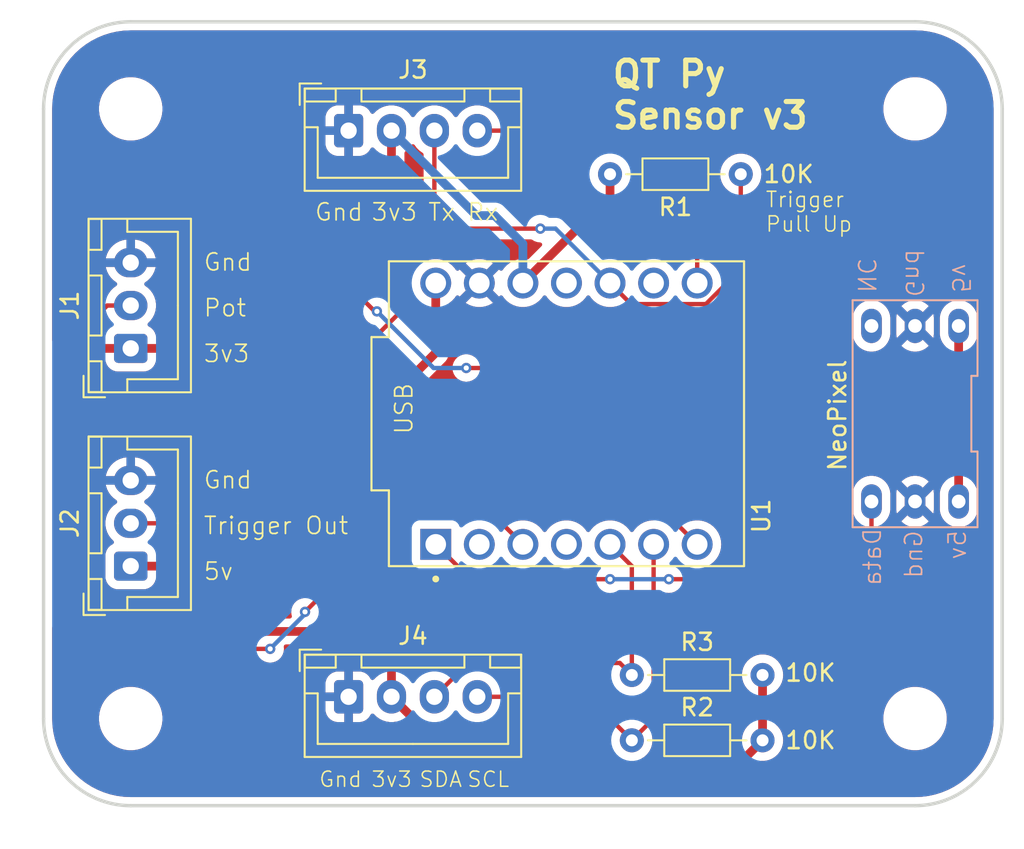
<source format=kicad_pcb>
(kicad_pcb (version 20240108) (generator "pcbnew") (generator_version "8.0")
  (layers (0 "F.Cu" signal) (31 "B.Cu" signal) (34 "B.Paste" user) (35 "F.Paste" user) (36 "B.SilkS" user "B.Silkscreen") (37 "F.SilkS" user "F.Silkscreen") (38 "B.Mask" user) (39 "F.Mask" user) (44 "Edge.Cuts" user))
  (net 0 "")
  (net 1 "Distance_Pot")
  (net 2 "GND")
  (net 3 "+3V3")
  (net 4 "+5V")
  (net 5 "Trigger_Out")
  (net 6 "TX")
  (net 7 "RX")
  (net 8 "SCL")
  (net 9 "SDA")
  (net 10 "NeoPixel_Data")
  (footprint "Resistor_THT:R_Axial_DIN0204_L3.6mm_D1.6mm_P7.62mm_Horizontal" (layer "F.Cu") (at 175.26 80.01 180)
    (property "Reference" "R1" (at 3.81 -1.92 0) (layer "F.SilkS"))
    (property "Value" "10K" (at -2.794 0 0) (layer "F.SilkS"))
    (fp_line (start 6.68 0) (end 5.73 0) (stroke (width 0.12)) (layer "F.SilkS"))
    (fp_line (start 5.73 0.92) (end 5.73 -0.92) (stroke (width 0.12)) (layer "F.SilkS"))
    (fp_line (start 5.73 -0.92) (end 1.89 -0.92) (stroke (width 0.12)) (layer "F.SilkS"))
    (fp_line (start 1.89 0.92) (end 5.73 0.92) (stroke (width 0.12)) (layer "F.SilkS"))
    (fp_line (start 1.89 -0.92) (end 1.89 0.92) (stroke (width 0.12)) (layer "F.SilkS"))
    (fp_line (start 0.94 0) (end 1.89 0) (stroke (width 0.12)) (layer "F.SilkS"))
    (pad "1" thru_hole circle (at 0 0 180) (size 1.4 1.4) (drill 0.7) (layers "*.Cu" "*.Mask") (net 5 "Trigger_Out"))
    (pad "2" thru_hole oval (at 7.62 0 180) (size 1.4 1.4) (drill 0.7) (layers "*.Cu" "*.Mask") (net 3 "+3V3"))
  )
  (footprint "Footprints:MODULE_ADAFRUIT_QT_PY" (layer "F.Cu") (at 165.1 93.98 90)
    (property "Reference" "U1" (at -5.965 11.3636 90) (layer "F.SilkS"))
    (property "Value" "ADAFRUIT_QT_PY")
    (fp_line (start 4.47 -11.3665) (end 4.47 -10.3505) (stroke (width 0.127)) (layer "F.SilkS"))
    (fp_line (start -4.47 -11.3665) (end 4.47 -11.3665) (stroke (width 0.127)) (layer "F.SilkS"))
    (fp_line (start 8.89 -10.3505) (end 4.47 -10.3505) (stroke (width 0.127)) (layer "F.SilkS"))
    (fp_line (start -4.47 -10.3505) (end -4.47 -11.3665) (stroke (width 0.127)) (layer "F.SilkS"))
    (fp_line (start -4.47 -10.3505) (end -8.89 -10.3505) (stroke (width 0.127)) (layer "F.SilkS"))
    (fp_line (start -8.89 -10.3505) (end -8.89 10.3505) (stroke (width 0.127)) (layer "F.SilkS"))
    (fp_line (start 8.89 10.3505) (end 8.89 -10.3505) (stroke (width 0.127)) (layer "F.SilkS"))
    (fp_line (start -8.89 10.3505) (end 8.89 10.3505) (stroke (width 0.127)) (layer "F.SilkS"))
    (fp_circle (center -9.64 -7.62) (end -9.54 -7.62) (stroke (width 0.2)) (fill none) (layer "F.SilkS"))
    (pad "1" thru_hole rect (at -7.62 -7.62 90) (size 1.8 1.8) (drill 1.2) (layers "*.Cu" "*.Mask") (net 10 "NeoPixel_Data"))
    (pad "2" thru_hole circle (at -7.62 -5.08 90) (size 1.8 1.8) (drill 1.2) (layers "*.Cu" "*.Mask"))
    (pad "3" thru_hole circle (at -7.62 -2.54 90) (size 1.8 1.8) (drill 1.2) (layers "*.Cu" "*.Mask") (net 1 "Distance_Pot"))
    (pad "4" thru_hole circle (at -7.62 0 90) (size 1.8 1.8) (drill 1.2) (layers "*.Cu" "*.Mask"))
    (pad "5" thru_hole circle (at -7.62 2.54 90) (size 1.8 1.8) (drill 1.2) (layers "*.Cu" "*.Mask") (net 9 "SDA"))
    (pad "6" thru_hole circle (at -7.62 5.08 90) (size 1.8 1.8) (drill 1.2) (layers "*.Cu" "*.Mask") (net 8 "SCL"))
    (pad "7" thru_hole circle (at -7.62 7.62 90) (size 1.8 1.8) (drill 1.2) (layers "*.Cu" "*.Mask") (net 6 "TX"))
    (pad "8" thru_hole circle (at 7.62 7.62 90) (size 1.8 1.8) (drill 1.2) (layers "*.Cu" "*.Mask") (net 7 "RX"))
    (pad "9" thru_hole circle (at 7.62 5.08 90) (size 1.8 1.8) (drill 1.2) (layers "*.Cu" "*.Mask"))
    (pad "10" thru_hole circle (at 7.62 2.54 90) (size 1.8 1.8) (drill 1.2) (layers "*.Cu" "*.Mask") (net 5 "Trigger_Out"))
    (pad "11" thru_hole circle (at 7.62 0 90) (size 1.8 1.8) (drill 1.2) (layers "*.Cu" "*.Mask"))
    (pad "12" thru_hole circle (at 7.62 -2.54 90) (size 1.8 1.8) (drill 1.2) (layers "*.Cu" "*.Mask") (net 3 "+3V3"))
    (pad "13" thru_hole circle (at 7.62 -5.08 90) (size 1.8 1.8) (drill 1.2) (layers "*.Cu" "*.Mask") (net 2 "GND"))
    (pad "14" thru_hole circle (at 7.62 -7.62 90) (size 1.8 1.8) (drill 1.2) (layers "*.Cu" "*.Mask") (net 4 "+5V"))
  )
  (footprint "MountingHole:MountingHole_3.2mm_M3" (layer "F.Cu") (at 185.42 111.76)
    (property "Reference" "H4" (hide yes))
    (property "Value" "MountingHole")
    (pad "" np_thru_hole circle (at 0 0) (size 3.2 3.2) (drill 3.2) (layers "*.Cu" "*.Mask"))
  )
  (footprint "MountingHole:MountingHole_3.2mm_M3" (layer "F.Cu") (at 139.7 76.2)
    (property "Reference" "H1" (hide yes))
    (property "Value" "MountingHole")
    (pad "" np_thru_hole circle (at 0 0) (size 3.2 3.2) (drill 3.2) (layers "*.Cu" "*.Mask"))
  )
  (footprint "Connector_JST:JST_XH_B3B-XH-A_1x03_P2.50mm_Vertical" (layer "F.Cu") (at 139.7 102.87 90)
    (property "Reference" "J2" (at 2.5 -3.55 90) (layer "F.SilkS"))
    (property "Value" "Power In Signal Out")
    (fp_line (start -1.6 -2.75) (end -2.85 -2.75) (stroke (width 0.12)) (layer "F.SilkS"))
    (fp_line (start -2.85 -2.75) (end -2.85 -1.5) (stroke (width 0.12)) (layer "F.SilkS"))
    (fp_line (start 7.56 -2.46) (end -2.56 -2.46) (stroke (width 0.12)) (layer "F.SilkS"))
    (fp_line (start -2.56 -2.46) (end -2.56 3.51) (stroke (width 0.12)) (layer "F.SilkS"))
    (fp_line (start 7.55 -2.45) (end 5.75 -2.45) (stroke (width 0.12)) (layer "F.SilkS"))
    (fp_line (start 5.75 -2.45) (end 5.75 -1.7) (stroke (width 0.12)) (layer "F.SilkS"))
    (fp_line (start 4.25 -2.45) (end 0.75 -2.45) (stroke (width 0.12)) (layer "F.SilkS"))
    (fp_line (start 0.75 -2.45) (end 0.75 -1.7) (stroke (width 0.12)) (layer "F.SilkS"))
    (fp_line (start -0.75 -2.45) (end -2.55 -2.45) (stroke (width 0.12)) (layer "F.SilkS"))
    (fp_line (start -2.55 -2.45) (end -2.55 -1.7) (stroke (width 0.12)) (layer "F.SilkS"))
    (fp_line (start 7.55 -1.7) (end 7.55 -2.45) (stroke (width 0.12)) (layer "F.SilkS"))
    (fp_line (start 5.75 -1.7) (end 7.55 -1.7) (stroke (width 0.12)) (layer "F.SilkS"))
    (fp_line (start 4.25 -1.7) (end 4.25 -2.45) (stroke (width 0.12)) (layer "F.SilkS"))
    (fp_line (start 0.75 -1.7) (end 4.25 -1.7) (stroke (width 0.12)) (layer "F.SilkS"))
    (fp_line (start -0.75 -1.7) (end -0.75 -2.45) (stroke (width 0.12)) (layer "F.SilkS"))
    (fp_line (start -2.55 -1.7) (end -0.75 -1.7) (stroke (width 0.12)) (layer "F.SilkS"))
    (fp_line (start 7.55 -0.2) (end 6.8 -0.2) (stroke (width 0.12)) (layer "F.SilkS"))
    (fp_line (start 6.8 -0.2) (end 6.8 2.75) (stroke (width 0.12)) (layer "F.SilkS"))
    (fp_line (start -1.8 -0.2) (end -1.8 2.75) (stroke (width 0.12)) (layer "F.SilkS"))
    (fp_line (start -2.55 -0.2) (end -1.8 -0.2) (stroke (width 0.12)) (layer "F.SilkS"))
    (fp_line (start 6.8 2.75) (end 2.5 2.75) (stroke (width 0.12)) (layer "F.SilkS"))
    (fp_line (start -1.8 2.75) (end 2.5 2.75) (stroke (width 0.12)) (layer "F.SilkS"))
    (fp_line (start 7.56 3.51) (end 7.56 -2.46) (stroke (width 0.12)) (layer "F.SilkS"))
    (fp_line (start -2.56 3.51) (end 7.56 3.51) (stroke (width 0.12)) (layer "F.SilkS"))
    (pad "1" thru_hole roundrect (at 0 0 90) (size 1.7 1.95) (drill 0.95) (layers "*.Cu" "*.Mask") (roundrect_rratio 0.147059) (net 4 "+5V"))
    (pad "2" thru_hole oval (at 2.5 0 90) (size 1.7 1.95) (drill 0.95) (layers "*.Cu" "*.Mask") (net 5 "Trigger_Out"))
    (pad "3" thru_hole oval (at 5 0 90) (size 1.7 1.95) (drill 0.95) (layers "*.Cu" "*.Mask") (net 2 "GND"))
  )
  (footprint "Connector_JST:JST_XH_B4B-XH-A_1x04_P2.50mm_Vertical" (layer "F.Cu") (at 152.4 110.49)
    (property "Reference" "J4" (at 3.75 -3.55 0) (layer "F.SilkS"))
    (property "Value" "Conn_01x04_Pin")
    (fp_line (start -2.85 -2.75) (end -2.85 -1.5) (stroke (width 0.12)) (layer "F.SilkS"))
    (fp_line (start -2.56 -2.46) (end -2.56 3.51) (stroke (width 0.12)) (layer "F.SilkS"))
    (fp_line (start -2.56 3.51) (end 10.06 3.51) (stroke (width 0.12)) (layer "F.SilkS"))
    (fp_line (start -2.55 -2.45) (end -2.55 -1.7) (stroke (width 0.12)) (layer "F.SilkS"))
    (fp_line (start -2.55 -1.7) (end -0.75 -1.7) (stroke (width 0.12)) (layer "F.SilkS"))
    (fp_line (start -2.55 -0.2) (end -1.8 -0.2) (stroke (width 0.12)) (layer "F.SilkS"))
    (fp_line (start -1.8 -0.2) (end -1.8 2.75) (stroke (width 0.12)) (layer "F.SilkS"))
    (fp_line (start -1.8 2.75) (end 3.75 2.75) (stroke (width 0.12)) (layer "F.SilkS"))
    (fp_line (start -1.6 -2.75) (end -2.85 -2.75) (stroke (width 0.12)) (layer "F.SilkS"))
    (fp_line (start -0.75 -2.45) (end -2.55 -2.45) (stroke (width 0.12)) (layer "F.SilkS"))
    (fp_line (start -0.75 -1.7) (end -0.75 -2.45) (stroke (width 0.12)) (layer "F.SilkS"))
    (fp_line (start 0.75 -2.45) (end 0.75 -1.7) (stroke (width 0.12)) (layer "F.SilkS"))
    (fp_line (start 0.75 -1.7) (end 6.75 -1.7) (stroke (width 0.12)) (layer "F.SilkS"))
    (fp_line (start 6.75 -2.45) (end 0.75 -2.45) (stroke (width 0.12)) (layer "F.SilkS"))
    (fp_line (start 6.75 -1.7) (end 6.75 -2.45) (stroke (width 0.12)) (layer "F.SilkS"))
    (fp_line (start 8.25 -2.45) (end 8.25 -1.7) (stroke (width 0.12)) (layer "F.SilkS"))
    (fp_line (start 8.25 -1.7) (end 10.05 -1.7) (stroke (width 0.12)) (layer "F.SilkS"))
    (fp_line (start 9.3 -0.2) (end 9.3 2.75) (stroke (width 0.12)) (layer "F.SilkS"))
    (fp_line (start 9.3 2.75) (end 3.75 2.75) (stroke (width 0.12)) (layer "F.SilkS"))
    (fp_line (start 10.05 -2.45) (end 8.25 -2.45) (stroke (width 0.12)) (layer "F.SilkS"))
    (fp_line (start 10.05 -1.7) (end 10.05 -2.45) (stroke (width 0.12)) (layer "F.SilkS"))
    (fp_line (start 10.05 -0.2) (end 9.3 -0.2) (stroke (width 0.12)) (layer "F.SilkS"))
    (fp_line (start 10.06 -2.46) (end -2.56 -2.46) (stroke (width 0.12)) (layer "F.SilkS"))
    (fp_line (start 10.06 3.51) (end 10.06 -2.46) (stroke (width 0.12)) (layer "F.SilkS"))
    (pad "1" thru_hole roundrect (at 0 0) (size 1.7 1.95) (drill 0.95) (layers "*.Cu" "*.Mask") (roundrect_rratio 0.147059) (net 2 "GND"))
    (pad "2" thru_hole oval (at 2.5 0) (size 1.7 1.95) (drill 0.95) (layers "*.Cu" "*.Mask") (net 3 "+3V3"))
    (pad "3" thru_hole oval (at 5 0) (size 1.7 1.95) (drill 0.95) (layers "*.Cu" "*.Mask") (net 9 "SDA"))
    (pad "4" thru_hole oval (at 7.5 0) (size 1.7 1.95) (drill 0.95) (layers "*.Cu" "*.Mask") (net 8 "SCL"))
  )
  (footprint "Resistor_THT:R_Axial_DIN0204_L3.6mm_D1.6mm_P7.62mm_Horizontal" (layer "F.Cu") (at 168.91 113.03)
    (property "Reference" "R2" (at 3.81 -1.92 0) (layer "F.SilkS"))
    (property "Value" "10K" (at 10.414 0 0) (layer "F.SilkS"))
    (fp_line (start 0.94 0) (end 1.89 0) (stroke (width 0.12)) (layer "F.SilkS"))
    (fp_line (start 1.89 -0.92) (end 1.89 0.92) (stroke (width 0.12)) (layer "F.SilkS"))
    (fp_line (start 1.89 0.92) (end 5.73 0.92) (stroke (width 0.12)) (layer "F.SilkS"))
    (fp_line (start 5.73 -0.92) (end 1.89 -0.92) (stroke (width 0.12)) (layer "F.SilkS"))
    (fp_line (start 5.73 0.92) (end 5.73 -0.92) (stroke (width 0.12)) (layer "F.SilkS"))
    (fp_line (start 6.68 0) (end 5.73 0) (stroke (width 0.12)) (layer "F.SilkS"))
    (pad "1" thru_hole circle (at 0 0) (size 1.4 1.4) (drill 0.7) (layers "*.Cu" "*.Mask") (net 8 "SCL"))
    (pad "2" thru_hole oval (at 7.62 0) (size 1.4 1.4) (drill 0.7) (layers "*.Cu" "*.Mask") (net 3 "+3V3"))
  )
  (footprint "Connector_JST:JST_XH_B4B-XH-A_1x04_P2.50mm_Vertical" (layer "F.Cu") (at 152.4 77.47)
    (property "Reference" "J3" (at 3.75 -3.55 0) (layer "F.SilkS"))
    (property "Value" "Conn_01x04_Pin")
    (fp_line (start -2.85 -2.75) (end -2.85 -1.5) (stroke (width 0.12)) (layer "F.SilkS"))
    (fp_line (start -2.56 -2.46) (end -2.56 3.51) (stroke (width 0.12)) (layer "F.SilkS"))
    (fp_line (start -2.56 3.51) (end 10.06 3.51) (stroke (width 0.12)) (layer "F.SilkS"))
    (fp_line (start -2.55 -2.45) (end -2.55 -1.7) (stroke (width 0.12)) (layer "F.SilkS"))
    (fp_line (start -2.55 -1.7) (end -0.75 -1.7) (stroke (width 0.12)) (layer "F.SilkS"))
    (fp_line (start -2.55 -0.2) (end -1.8 -0.2) (stroke (width 0.12)) (layer "F.SilkS"))
    (fp_line (start -1.8 -0.2) (end -1.8 2.75) (stroke (width 0.12)) (layer "F.SilkS"))
    (fp_line (start -1.8 2.75) (end 3.75 2.75) (stroke (width 0.12)) (layer "F.SilkS"))
    (fp_line (start -1.6 -2.75) (end -2.85 -2.75) (stroke (width 0.12)) (layer "F.SilkS"))
    (fp_line (start -0.75 -2.45) (end -2.55 -2.45) (stroke (width 0.12)) (layer "F.SilkS"))
    (fp_line (start -0.75 -1.7) (end -0.75 -2.45) (stroke (width 0.12)) (layer "F.SilkS"))
    (fp_line (start 0.75 -2.45) (end 0.75 -1.7) (stroke (width 0.12)) (layer "F.SilkS"))
    (fp_line (start 0.75 -1.7) (end 6.75 -1.7) (stroke (width 0.12)) (layer "F.SilkS"))
    (fp_line (start 6.75 -2.45) (end 0.75 -2.45) (stroke (width 0.12)) (layer "F.SilkS"))
    (fp_line (start 6.75 -1.7) (end 6.75 -2.45) (stroke (width 0.12)) (layer "F.SilkS"))
    (fp_line (start 8.25 -2.45) (end 8.25 -1.7) (stroke (width 0.12)) (layer "F.SilkS"))
    (fp_line (start 8.25 -1.7) (end 10.05 -1.7) (stroke (width 0.12)) (layer "F.SilkS"))
    (fp_line (start 9.3 -0.2) (end 9.3 2.75) (stroke (width 0.12)) (layer "F.SilkS"))
    (fp_line (start 9.3 2.75) (end 3.75 2.75) (stroke (width 0.12)) (layer "F.SilkS"))
    (fp_line (start 10.05 -2.45) (end 8.25 -2.45) (stroke (width 0.12)) (layer "F.SilkS"))
    (fp_line (start 10.05 -1.7) (end 10.05 -2.45) (stroke (width 0.12)) (layer "F.SilkS"))
    (fp_line (start 10.05 -0.2) (end 9.3 -0.2) (stroke (width 0.12)) (layer "F.SilkS"))
    (fp_line (start 10.06 -2.46) (end -2.56 -2.46) (stroke (width 0.12)) (layer "F.SilkS"))
    (fp_line (start 10.06 3.51) (end 10.06 -2.46) (stroke (width 0.12)) (layer "F.SilkS"))
    (pad "1" thru_hole roundrect (at 0 0) (size 1.7 1.95) (drill 0.95) (layers "*.Cu" "*.Mask") (roundrect_rratio 0.147059) (net 2 "GND"))
    (pad "2" thru_hole oval (at 2.5 0) (size 1.7 1.95) (drill 0.95) (layers "*.Cu" "*.Mask") (net 3 "+3V3"))
    (pad "3" thru_hole oval (at 5 0) (size 1.7 1.95) (drill 0.95) (layers "*.Cu" "*.Mask") (net 6 "TX"))
    (pad "4" thru_hole oval (at 7.5 0) (size 1.7 1.95) (drill 0.95) (layers "*.Cu" "*.Mask") (net 7 "RX"))
  )
  (footprint "MountingHole:MountingHole_3.2mm_M3" (layer "F.Cu") (at 139.7 111.76)
    (property "Reference" "H3" (hide yes))
    (property "Value" "MountingHole")
    (pad "" np_thru_hole circle (at 0 0) (size 3.2 3.2) (drill 3.2) (layers "*.Cu" "*.Mask"))
  )
  (footprint "Connector_JST:JST_XH_B3B-XH-A_1x03_P2.50mm_Vertical" (layer "F.Cu") (at 139.7 90.17 90)
    (property "Reference" "J1" (at 2.5 -3.55 90) (layer "F.SilkS"))
    (property "Value" "Potentiometer")
    (fp_line (start -1.6 -2.75) (end -2.85 -2.75) (stroke (width 0.12)) (layer "F.SilkS"))
    (fp_line (start -2.85 -2.75) (end -2.85 -1.5) (stroke (width 0.12)) (layer "F.SilkS"))
    (fp_line (start 7.56 -2.46) (end -2.56 -2.46) (stroke (width 0.12)) (layer "F.SilkS"))
    (fp_line (start -2.56 -2.46) (end -2.56 3.51) (stroke (width 0.12)) (layer "F.SilkS"))
    (fp_line (start 7.55 -2.45) (end 5.75 -2.45) (stroke (width 0.12)) (layer "F.SilkS"))
    (fp_line (start 5.75 -2.45) (end 5.75 -1.7) (stroke (width 0.12)) (layer "F.SilkS"))
    (fp_line (start 4.25 -2.45) (end 0.75 -2.45) (stroke (width 0.12)) (layer "F.SilkS"))
    (fp_line (start 0.75 -2.45) (end 0.75 -1.7) (stroke (width 0.12)) (layer "F.SilkS"))
    (fp_line (start -0.75 -2.45) (end -2.55 -2.45) (stroke (width 0.12)) (layer "F.SilkS"))
    (fp_line (start -2.55 -2.45) (end -2.55 -1.7) (stroke (width 0.12)) (layer "F.SilkS"))
    (fp_line (start 7.55 -1.7) (end 7.55 -2.45) (stroke (width 0.12)) (layer "F.SilkS"))
    (fp_line (start 5.75 -1.7) (end 7.55 -1.7) (stroke (width 0.12)) (layer "F.SilkS"))
    (fp_line (start 4.25 -1.7) (end 4.25 -2.45) (stroke (width 0.12)) (layer "F.SilkS"))
    (fp_line (start 0.75 -1.7) (end 4.25 -1.7) (stroke (width 0.12)) (layer "F.SilkS"))
    (fp_line (start -0.75 -1.7) (end -0.75 -2.45) (stroke (width 0.12)) (layer "F.SilkS"))
    (fp_line (start -2.55 -1.7) (end -0.75 -1.7) (stroke (width 0.12)) (layer "F.SilkS"))
    (fp_line (start 7.55 -0.2) (end 6.8 -0.2) (stroke (width 0.12)) (layer "F.SilkS"))
    (fp_line (start 6.8 -0.2) (end 6.8 2.75) (stroke (width 0.12)) (layer "F.SilkS"))
    (fp_line (start -1.8 -0.2) (end -1.8 2.75) (stroke (width 0.12)) (layer "F.SilkS"))
    (fp_line (start -2.55 -0.2) (end -1.8 -0.2) (stroke (width 0.12)) (layer "F.SilkS"))
    (fp_line (start 6.8 2.75) (end 2.5 2.75) (stroke (width 0.12)) (layer "F.SilkS"))
    (fp_line (start -1.8 2.75) (end 2.5 2.75) (stroke (width 0.12)) (layer "F.SilkS"))
    (fp_line (start 7.56 3.51) (end 7.56 -2.46) (stroke (width 0.12)) (layer "F.SilkS"))
    (fp_line (start -2.56 3.51) (end 7.56 3.51) (stroke (width 0.12)) (layer "F.SilkS"))
    (pad "1" thru_hole roundrect (at 0 0 90) (size 1.7 1.95) (drill 0.95) (layers "*.Cu" "*.Mask") (roundrect_rratio 0.147059) (net 3 "+3V3"))
    (pad "2" thru_hole oval (at 2.5 0 90) (size 1.7 1.95) (drill 0.95) (layers "*.Cu" "*.Mask") (net 1 "Distance_Pot"))
    (pad "3" thru_hole oval (at 5 0 90) (size 1.7 1.95) (drill 0.95) (layers "*.Cu" "*.Mask") (net 2 "GND"))
  )
  (footprint "Resistor_THT:R_Axial_DIN0204_L3.6mm_D1.6mm_P7.62mm_Horizontal" (layer "F.Cu") (at 168.91 109.22)
    (property "Reference" "R3" (at 3.81 -1.92 0) (layer "F.SilkS"))
    (property "Value" "10K" (at 10.414 -0.127 0) (layer "F.SilkS"))
    (fp_line (start 0.94 0) (end 1.89 0) (stroke (width 0.12)) (layer "F.SilkS"))
    (fp_line (start 1.89 -0.92) (end 1.89 0.92) (stroke (width 0.12)) (layer "F.SilkS"))
    (fp_line (start 1.89 0.92) (end 5.73 0.92) (stroke (width 0.12)) (layer "F.SilkS"))
    (fp_line (start 5.73 -0.92) (end 1.89 -0.92) (stroke (width 0.12)) (layer "F.SilkS"))
    (fp_line (start 5.73 0.92) (end 5.73 -0.92) (stroke (width 0.12)) (layer "F.SilkS"))
    (fp_line (start 6.68 0) (end 5.73 0) (stroke (width 0.12)) (layer "F.SilkS"))
    (pad "1" thru_hole circle (at 0 0) (size 1.4 1.4) (drill 0.7) (layers "*.Cu" "*.Mask") (net 9 "SDA"))
    (pad "2" thru_hole oval (at 7.62 0) (size 1.4 1.4) (drill 0.7) (layers "*.Cu" "*.Mask") (net 3 "+3V3"))
  )
  (footprint "MountingHole:MountingHole_3.2mm_M3" (layer "F.Cu") (at 185.42 76.2)
    (property "Reference" "H2" (hide yes))
    (property "Value" "MountingHole")
    (pad "" np_thru_hole circle (at 0 0) (size 3.2 3.2) (drill 3.2) (layers "*.Cu" "*.Mask"))
  )
  (footprint "Footprints:NeoPixel_Breadboard" (layer "B.Cu") (at 185.42 93.98 180)
    (property "Reference" "U2")
    (property "Value" "~")
    (fp_line (start 3.64 6.62) (end 3.639999 -6.62) (stroke (width 0.12)) (layer "B.SilkS"))
    (fp_line (start 3.639999 -6.62) (end -3.64 -6.62) (stroke (width 0.12)) (layer "B.SilkS"))
    (fp_line (start -3.28 2.206666) (end -3.64 2.206666) (stroke (width 0.12)) (layer "B.SilkS"))
    (fp_line (start -3.28 -2.206666) (end -3.28 2.206666) (stroke (width 0.12)) (layer "B.SilkS"))
    (fp_line (start -3.639999 6.62) (end 3.64 6.62) (stroke (width 0.12)) (layer "B.SilkS"))
    (fp_line (start -3.64 2.206666) (end -3.639999 6.62) (stroke (width 0.12)) (layer "B.SilkS"))
    (fp_line (start -3.64 -2.206666) (end -3.28 -2.206666) (stroke (width 0.12)) (layer "B.SilkS"))
    (fp_line (start -3.64 -6.62) (end -3.64 -2.206666) (stroke (width 0.12)) (layer "B.SilkS"))
    (pad "1" thru_hole oval (at -2.54 -5.12 180) (size 1.2 2) (drill 0.8) (layers "*.Cu" "*.Mask") (net 4 "+5V"))
    (pad "2" thru_hole oval (at 0 -5.12 180) (size 1.2 2) (drill 0.8) (layers "*.Cu" "*.Mask") (net 2 "GND"))
    (pad "3" thru_hole oval (at 2.54 -5.12 180) (size 1.2 2) (drill 0.8) (layers "*.Cu" "*.Mask") (net 10 "NeoPixel_Data"))
    (pad "4" thru_hole oval (at 2.54 5.12 180) (size 1.2 2) (drill 0.8) (layers "*.Cu" "*.Mask"))
    (pad "5" thru_hole oval (at 0 5.12 180) (size 1.2 2) (drill 0.8) (layers "*.Cu" "*.Mask") (net 2 "GND"))
    (pad "6" thru_hole oval (at -2.54 5.12 180) (size 1.2 2) (drill 0.8) (layers "*.Cu" "*.Mask") (net 4 "+5V"))
  )
  (gr_arc (start 139.7 116.84) (mid 136.107898 115.352102) (end 134.62 111.76) (stroke (width 0.2)) (layer "Edge.Cuts"))
  (gr_arc (start 134.62 76.2) (mid 136.107898 72.607898) (end 139.7 71.12) (stroke (width 0.2)) (layer "Edge.Cuts"))
  (gr_arc (start 190.5 111.76) (mid 189.012102 115.352102) (end 185.42 116.84) (stroke (width 0.2)) (layer "Edge.Cuts"))
  (gr_line (start 139.7 71.12) (end 185.42 71.12) (stroke (width 0.2)) (layer "Edge.Cuts"))
  (gr_line (start 185.42 116.84) (end 139.7 116.84) (stroke (width 0.2)) (layer "Edge.Cuts"))
  (gr_line (start 134.62 111.76) (end 134.62 76.2) (stroke (width 0.2)) (layer "Edge.Cuts"))
  (gr_arc (start 185.42 71.12) (mid 189.012102 72.607898) (end 190.5 76.2) (stroke (width 0.2)) (layer "Edge.Cuts"))
  (gr_line (start 190.5 76.2) (end 190.5 111.76) (stroke (width 0.2)) (layer "Edge.Cuts"))
  (gr_text "5v" (at 188.468 100.711 90) (layer "B.SilkS") (effects (font (size 1 1) (thickness 0.1)) (justify left bottom mirror)))
  (gr_text "Data" (at 183.515 100.584 90) (layer "B.SilkS") (effects (font (size 1 1) (thickness 0.1)) (justify left bottom mirror)))
  (gr_text "Gnd" (at 185.928 100.711 90) (layer "B.SilkS") (effects (font (size 1 1) (thickness 0.1)) (justify left bottom mirror)))
  (gr_text "5v" (at 187.5 87 -90) (layer "B.SilkS") (effects (font (size 1 1) (thickness 0.1)) (justify left bottom mirror)))
  (gr_text "NC" (at 182 87 270) (layer "B.SilkS") (effects (font (size 1 1) (thickness 0.1)) (justify left bottom mirror)))
  (gr_text "Gnd" (at 184.785 87.249 -90) (layer "B.SilkS") (effects (font (size 1 1) (thickness 0.1)) (justify left bottom mirror)))
  (gr_text "3v3" (at 153.67 82.804 0) (layer "F.SilkS") (effects (font (size 1 1) (thickness 0.1)) (justify left bottom)))
  (gr_text "Gnd" (at 143.891 98.425 0) (layer "F.SilkS") (effects (font (size 1 1) (thickness 0.1)) (justify left bottom)))
  (gr_text "Tx" (at 156.972 82.804 0) (layer "F.SilkS") (effects (font (size 1 1) (thickness 0.1)) (justify left bottom)))
  (gr_text "SDA" (at 156.464 115.824 0) (layer "F.SilkS") (effects (font (size 0.889 0.889) (thickness 0.0889)) (justify left bottom)))
  (gr_text "3v3" (at 143.891 91.059 0) (layer "F.SilkS") (effects (font (size 1 1) (thickness 0.1)) (justify left bottom)))
  (gr_text "Rx" (at 159.258 82.804 0) (layer "F.SilkS") (effects (font (size 1 1) (thickness 0.1)) (justify left bottom)))
  (gr_text "QT Py\nSensor v3" (at 167.64 77.47 0) (layer "F.SilkS") (effects (font (size 1.5 1.5) (thickness 0.3) (bold yes)) (justify left bottom)))
  (gr_text "Trigger Out" (at 143.891 101.092 0) (layer "F.SilkS") (effects (font (size 1 1) (thickness 0.1)) (justify left bottom)))
  (gr_text "3v3" (at 153.67 115.824 0) (layer "F.SilkS") (effects (font (size 0.889 0.889) (thickness 0.0889)) (justify left bottom)))
  (gr_text "Trigger \nPull Up" (at 176.657 83.439 0) (layer "F.SilkS") (effects (font (size 0.889 0.889) (thickness 0.0889)) (justify left bottom)))
  (gr_text "Gnd" (at 150.368 82.804 0) (layer "F.SilkS") (effects (font (size 1 1) (thickness 0.1)) (justify left bottom)))
  (gr_text "Pot" (at 143.891 88.392 0) (layer "F.SilkS") (effects (font (size 1 1) (thickness 0.1)) (justify left bottom)))
  (gr_text "5v" (at 143.891 103.759 0) (layer "F.SilkS") (effects (font (size 1 1) (thickness 0.1)) (justify left bottom)))
  (gr_text "NeoPixel" (at 181.483 97.409 90) (layer "F.SilkS") (effects (font (size 1 1)) (justify left bottom)))
  (gr_text "SCL" (at 159.258 115.824 0) (layer "F.SilkS") (effects (font (size 0.889 0.889) (thickness 0.0889)) (justify left bottom)))
  (gr_text "Gnd" (at 143.891 85.725 0) (layer "F.SilkS") (effects (font (size 1 1) (thickness 0.1)) (justify left bottom)))
  (gr_text "Gnd" (at 150.622 115.824 0) (layer "F.SilkS") (effects (font (size 0.889 0.889) (thickness 0.0889)) (justify left bottom)))
  (gr_text "USB" (at 156.21 95.25 90) (layer "F.SilkS") (effects (font (size 1 1) (thickness 0.1)) (justify left bottom)))
  (segment (start 135.563 90.437342) (end 135.563 105.718) (width 0.254) (layer "F.Cu") (net 1))
  (segment (start 137.541 107.696) (end 147.828 107.696) (width 0.254) (layer "F.Cu") (net 1))
  (segment (start 139.7 87.67) (end 138.330342 87.67) (width 0.254) (layer "F.Cu") (net 1))
  (segment (start 138.330342 87.67) (end 135.563 90.437342) (width 0.254) (layer "F.Cu") (net 1))
  (segment (start 162.56 101.6) (end 160.528 99.568) (width 0.254) (layer "F.Cu") (net 1))
  (segment (start 160.528 99.568) (end 155.829 99.568) (width 0.254) (layer "F.Cu") (net 1))
  (segment (start 149.86 105.537) (end 155.829 99.568) (width 0.254) (layer "F.Cu") (net 1))
  (segment (start 135.563 105.718) (end 137.541 107.696) (width 0.254) (layer "F.Cu") (net 1))
  (via (at 149.86 105.537) (size 0.6) (drill 0.3) (layers "F.Cu" "B.Cu") (net 1))
  (via (at 147.828 107.696) (size 0.6) (drill 0.3) (layers "F.Cu" "B.Cu") (net 1))
  (segment (start 149.86 105.664) (end 149.86 105.537) (width 0.254) (layer "B.Cu") (net 1))
  (segment (start 147.828 107.696) (end 149.86 105.664) (width 0.254) (layer "B.Cu") (net 1))
  (segment (start 136.144 90.678) (end 136.398 90.678) (width 0.508) (layer "F.Cu") (net 3))
  (segment (start 139.7 90.17) (end 145.034 90.17) (width 0.508) (layer "F.Cu") (net 3))
  (segment (start 136.906 90.17) (end 139.7 90.17) (width 0.508) (layer "F.Cu") (net 3))
  (segment (start 136.398 90.678) (end 136.906 90.17) (width 0.508) (layer "F.Cu") (net 3))
  (segment (start 136.144 105.41) (end 136.144 90.678) (width 0.508) (layer "F.Cu") (net 3))
  (segment (start 154.9 80.304) (end 154.9 77.47) (width 0.508) (layer "F.Cu") (net 3))
  (segment (start 174.498 115.062) (end 176.53 113.03) (width 0.508) (layer "F.Cu") (net 3))
  (segment (start 154.9 108.545) (end 153.035 106.68) (width 0.508) (layer "F.Cu") (net 3))
  (segment (start 154.9 110.49) (end 154.9 108.545) (width 0.508) (layer "F.Cu") (net 3))
  (segment (start 154.9 110.49) (end 159.472 115.062) (width 0.508) (layer "F.Cu") (net 3))
  (segment (start 167.64 81.28) (end 167.64 80.01) (width 0.508) (layer "F.Cu") (net 3))
  (segment (start 162.56 86.36) (end 167.64 81.28) (width 0.508) (layer "F.Cu") (net 3))
  (segment (start 159.472 115.062) (end 174.498 115.062) (width 0.508) (layer "F.Cu") (net 3))
  (segment (start 176.53 109.22) (end 176.53 113.03) (width 0.508) (layer "F.Cu") (net 3))
  (segment (start 137.414 106.68) (end 136.144 105.41) (width 0.508) (layer "F.Cu") (net 3))
  (segment (start 145.034 90.17) (end 154.9 80.304) (width 0.508) (layer "F.Cu") (net 3))
  (segment (start 153.035 106.68) (end 137.414 106.68) (width 0.508) (layer "F.Cu") (net 3))
  (segment (start 160.909 82.423) (end 162.56 84.074) (width 0.508) (layer "B.Cu") (net 3))
  (segment (start 154.9 77.47) (end 159.853 82.423) (width 0.508) (layer "B.Cu") (net 3))
  (segment (start 162.56 84.074) (end 162.56 86.36) (width 0.508) (layer "B.Cu") (net 3))
  (segment (start 159.853 82.423) (end 160.909 82.423) (width 0.508) (layer "B.Cu") (net 3))
  (segment (start 157.48 90.424) (end 157.48 88.9) (width 0.508) (layer "F.Cu") (net 4))
  (segment (start 181.5 93.5) (end 187.96 93.5) (width 0.508) (layer "F.Cu") (net 4))
  (segment (start 187.96 99.1) (end 187.96 93.5) (width 0.508) (layer "F.Cu") (net 4))
  (segment (start 145.034 102.87) (end 157.48 90.424) (width 0.508) (layer "F.Cu") (net 4))
  (segment (start 139.7 102.87) (end 145.034 102.87) (width 0.508) (layer "F.Cu") (net 4))
  (segment (start 157.52 88.86) (end 176.86 88.86) (width 0.508) (layer "F.Cu") (net 4))
  (segment (start 157.48 88.9) (end 157.52 88.86) (width 0.508) (layer "F.Cu") (net 4))
  (segment (start 176.86 88.86) (end 181.5 93.5) (width 0.508) (layer "F.Cu") (net 4))
  (segment (start 187.96 93.5) (end 187.96 88.86) (width 0.508) (layer "F.Cu") (net 4))
  (segment (start 157.48 88.9) (end 157.48 86.36) (width 0.508) (layer "F.Cu") (net 4))
  (segment (start 157.607 83.185) (end 163.576 83.185) (width 0.254) (layer "F.Cu") (net 5))
  (segment (start 155.448 88.011) (end 155.448 85.344) (width 0.254) (layer "F.Cu") (net 5))
  (segment (start 173.228241 87.587) (end 168.867 87.587) (width 0.254) (layer "F.Cu") (net 5))
  (segment (start 175.26 80.01) (end 175.26 85.555241) (width 0.254) (layer "F.Cu") (net 5))
  (segment (start 168.867 87.587) (end 167.64 86.36) (width 0.254) (layer "F.Cu") (net 5))
  (segment (start 154.559 88.9) (end 155.448 88.011) (width 0.254) (layer "F.Cu") (net 5))
  (segment (start 139.7 100.37) (end 143.089 100.37) (width 0.254) (layer "F.Cu") (net 5))
  (segment (start 155.448 85.344) (end 157.607 83.185) (width 0.254) (layer "F.Cu") (net 5))
  (segment (start 143.089 100.37) (end 154.559 88.9) (width 0.254) (layer "F.Cu") (net 5))
  (segment (start 175.26 85.555241) (end 173.228241 87.587) (width 0.254) (layer "F.Cu") (net 5))
  (via (at 163.576 83.185) (size 0.6) (drill 0.3) (layers "F.Cu" "B.Cu") (net 5))
  (segment (start 164.465 83.185) (end 167.64 86.36) (width 0.254) (layer "B.Cu") (net 5))
  (segment (start 163.576 83.185) (end 164.465 83.185) (width 0.254) (layer "B.Cu") (net 5))
  (segment (start 159.258 91.313) (end 162.433 91.313) (width 0.254) (layer "F.Cu") (net 6))
  (segment (start 162.433 91.313) (end 172.72 101.6) (width 0.254) (layer "F.Cu") (net 6))
  (segment (start 157.4 77.47) (end 157.4 81.36) (width 0.254) (layer "F.Cu") (net 6))
  (segment (start 152.781 86.868) (end 153.924 88.011) (width 0.254) (layer "F.Cu") (net 6))
  (segment (start 153.924 88.011) (end 154.051 88.011) (width 0.254) (layer "F.Cu") (net 6))
  (segment (start 152.781 85.979) (end 152.781 86.868) (width 0.254) (layer "F.Cu") (net 6))
  (segment (start 157.4 81.36) (end 152.781 85.979) (width 0.254) (layer "F.Cu") (net 6))
  (via (at 159.258 91.313) (size 0.6) (drill 0.3) (layers "F.Cu" "B.Cu") (net 6))
  (via (at 154.051 88.011) (size 0.6) (drill 0.3) (layers "F.Cu" "B.Cu") (net 6))
  (segment (start 154.051 88.011) (end 157.353 91.313) (width 0.254) (layer "B.Cu") (net 6))
  (segment (start 157.353 91.313) (end 159.258 91.313) (width 0.254) (layer "B.Cu") (net 6))
  (segment (start 172.72 83.637602) (end 170.942 81.859602) (width 0.254) (layer "F.Cu") (net 7))
  (segment (start 170.942 81.859602) (end 170.942 78.994) (width 0.254) (layer "F.Cu") (net 7))
  (segment (start 170.942 78.994) (end 169.418 77.47) (width 0.254) (layer "F.Cu") (net 7))
  (segment (start 172.72 86.36) (end 172.72 83.637602) (width 0.254) (layer "F.Cu") (net 7))
  (segment (start 169.418 77.47) (end 159.9 77.47) (width 0.254) (layer "F.Cu") (net 7))
  (segment (start 170.18 111.76) (end 168.91 113.03) (width 0.254) (layer "F.Cu") (net 8))
  (segment (start 159.9 110.49) (end 166.37 110.49) (width 0.254) (layer "F.Cu") (net 8))
  (segment (start 170.18 101.6) (end 170.18 111.76) (width 0.254) (layer "F.Cu") (net 8))
  (segment (start 166.37 110.49) (end 168.91 113.03) (width 0.254) (layer "F.Cu") (net 8))
  (segment (start 168.91 102.87) (end 167.64 101.6) (width 0.254) (layer "F.Cu") (net 9))
  (segment (start 168.91 109.22) (end 168.91 102.87) (width 0.254) (layer "F.Cu") (net 9))
  (segment (start 157.4 110.49) (end 159.37 108.52) (width 0.254) (layer "F.Cu") (net 9))
  (segment (start 168.21 108.52) (end 168.91 109.22) (width 0.254) (layer "F.Cu") (net 9))
  (segment (start 159.37 108.52) (end 168.21 108.52) (width 0.254) (layer "F.Cu") (net 9))
  (segment (start 180.888 103.632) (end 182.88 101.64) (width 0.254) (layer "F.Cu") (net 10))
  (segment (start 159.512 103.632) (end 167.64 103.632) (width 0.254) (layer "F.Cu") (net 10))
  (segment (start 182.88 101.64) (end 182.88 99.1) (width 0.254) (layer "F.Cu") (net 10))
  (segment (start 157.48 101.6) (end 159.512 103.632) (width 0.254) (layer "F.Cu") (net 10))
  (segment (start 171.069 103.632) (end 180.888 103.632) (width 0.254) (layer "F.Cu") (net 10))
  (via (at 167.64 103.632) (size 0.6) (drill 0.3) (layers "F.Cu" "B.Cu") (net 10))
  (via (at 171.069 103.632) (size 0.6) (drill 0.3) (layers "F.Cu" "B.Cu") (net 10))
  (segment (start 167.64 103.632) (end 171.069 103.632) (width 0.254) (layer "B.Cu") (net 10))
  (zone (net 2) (net_name "GND") (layers "F&B.Cu") (connect_pads (clearance 0.5)) (min_thickness 0.25) (fill yes (thermal_gap 0.5) (thermal_bridge_width 0.5))
    (polygon (pts (xy 132.08 69.85) (xy 191.77 69.85) (xy 191.77 119.38) (xy 132.08 119.38)))
  )
)
</source>
